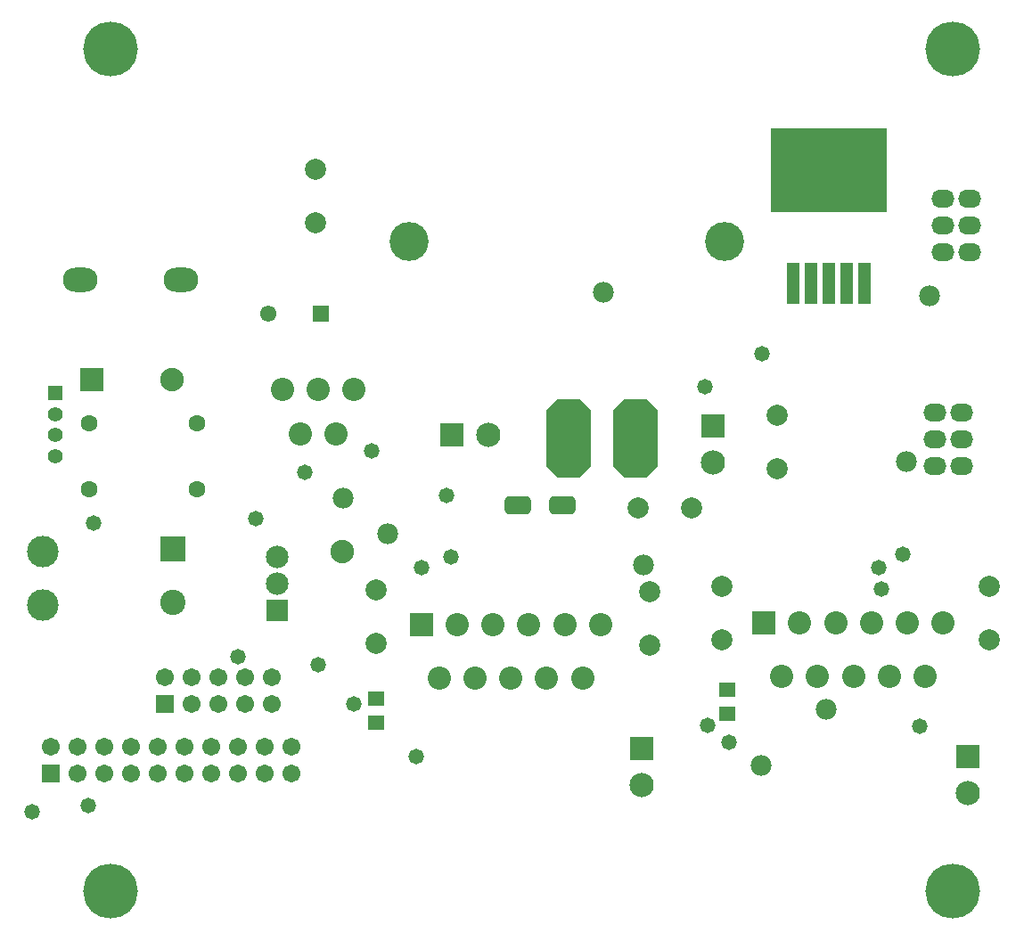
<source format=gts>
G04*
G04 #@! TF.GenerationSoftware,Altium Limited,Altium Designer,21.3.2 (30)*
G04*
G04 Layer_Color=8388736*
%FSTAX44Y44*%
%MOMM*%
G71*
G04*
G04 #@! TF.SameCoordinates,1521B721-1041-421A-BEC2-2198B3717C83*
G04*
G04*
G04 #@! TF.FilePolarity,Negative*
G04*
G01*
G75*
%ADD24R,1.6002X1.4732*%
G04:AMPARAMS|DCode=25|XSize=2.5332mm|YSize=1.7532mm|CornerRadius=0.4891mm|HoleSize=0mm|Usage=FLASHONLY|Rotation=180.000|XOffset=0mm|YOffset=0mm|HoleType=Round|Shape=RoundedRectangle|*
%AMROUNDEDRECTD25*
21,1,2.5332,0.7750,0,0,180.0*
21,1,1.5550,1.7532,0,0,180.0*
1,1,0.9782,-0.7775,0.3875*
1,1,0.9782,0.7775,0.3875*
1,1,0.9782,0.7775,-0.3875*
1,1,0.9782,-0.7775,-0.3875*
%
%ADD25ROUNDEDRECTD25*%
G04:AMPARAMS|DCode=26|XSize=7.5032mm|YSize=4.2032mm|CornerRadius=0mm|HoleSize=0mm|Usage=FLASHONLY|Rotation=270.000|XOffset=0mm|YOffset=0mm|HoleType=Round|Shape=Octagon|*
%AMOCTAGOND26*
4,1,8,-1.0508,-3.7516,1.0508,-3.7516,2.1016,-2.7008,2.1016,2.7008,1.0508,3.7516,-1.0508,3.7516,-2.1016,2.7008,-2.1016,-2.7008,-1.0508,-3.7516,0.0*
%
%ADD26OCTAGOND26*%

%ADD27R,11.0432X8.0832*%
%ADD28R,1.1932X3.9932*%
%ADD29C,3.7032*%
%ADD30C,1.6032*%
%ADD31R,2.4032X2.4032*%
%ADD32C,2.4032*%
%ADD33R,2.3032X2.3032*%
%ADD34C,2.3032*%
%ADD35C,2.9972*%
%ADD36O,3.3016X2.3016*%
%ADD37C,2.2032*%
%ADD38R,2.2032X2.2032*%
%ADD39C,2.0032*%
%ADD40O,2.2032X1.7032*%
%ADD41R,1.7032X1.7032*%
%ADD42C,1.7032*%
%ADD43R,2.3032X2.3032*%
%ADD44R,2.1432X2.1432*%
%ADD45C,2.1432*%
%ADD46R,2.2352X2.2352*%
%ADD47C,2.2352*%
%ADD48C,1.4112*%
%ADD49R,1.4112X1.4112*%
%ADD50C,1.5532*%
%ADD51R,1.5532X1.5532*%
%ADD52C,1.9812*%
%ADD53C,1.4732*%
%ADD54C,5.2032*%
D24*
X0069215Y0027659D02*
D03*
Y0029945D02*
D03*
X0035814Y0029083D02*
D03*
Y0026797D02*
D03*
D25*
X005357Y0047471D02*
D03*
X00493D02*
D03*
D26*
X0060452Y0053821D02*
D03*
X0054102D02*
D03*
D27*
X0078867Y007928D02*
D03*
D28*
X0082267Y006853D02*
D03*
X0080567D02*
D03*
X0078867D02*
D03*
X0077167D02*
D03*
X0075467D02*
D03*
D29*
X0038961Y0072517D02*
D03*
X0068961D02*
D03*
D30*
X0018816Y0048995D02*
D03*
X0008616D02*
D03*
Y0055218D02*
D03*
X0018816D02*
D03*
D31*
X001651Y0043307D02*
D03*
D32*
Y0038227D02*
D03*
D33*
X0061087Y0024328D02*
D03*
X0092075Y0023594D02*
D03*
X0067818Y0054963D02*
D03*
D34*
X0061087Y0020828D02*
D03*
X0092075Y0020094D02*
D03*
X0046553Y0054102D02*
D03*
X0067818Y0051463D02*
D03*
D35*
X0004191Y0043053D02*
D03*
Y0037973D02*
D03*
D36*
X00077718Y0068834D02*
D03*
X00172719D02*
D03*
D37*
X00269494Y005842D02*
D03*
X0030353D02*
D03*
X00337566D02*
D03*
X00320294Y00541782D02*
D03*
X00286766D02*
D03*
X0057161Y0036068D02*
D03*
X0055461Y0030988D02*
D03*
X0053761Y0036068D02*
D03*
X0052061Y0030988D02*
D03*
X0050361Y0036068D02*
D03*
X0048661Y0030988D02*
D03*
X0046961Y0036068D02*
D03*
X0045261Y0030988D02*
D03*
X0043561Y0036068D02*
D03*
X0041861Y0030988D02*
D03*
X0074402Y0031215D02*
D03*
X0076102Y0036295D02*
D03*
X0077802Y0031215D02*
D03*
X0079502Y0036295D02*
D03*
X0081202Y0031215D02*
D03*
X0082902Y0036295D02*
D03*
X0084602Y0031215D02*
D03*
X0086302Y0036295D02*
D03*
X0088002Y0031215D02*
D03*
X0089702Y0036295D02*
D03*
D38*
X0040161Y0036068D02*
D03*
X0072702Y0036295D02*
D03*
D39*
X0030099Y0079375D02*
D03*
Y0074256D02*
D03*
X0073914Y005598D02*
D03*
Y00509D02*
D03*
X0068707Y0039724D02*
D03*
Y0034644D02*
D03*
X0094107Y0039724D02*
D03*
Y0034644D02*
D03*
X0065786Y0047217D02*
D03*
X0060706D02*
D03*
X0035814Y003429D02*
D03*
Y003937D02*
D03*
X0061849Y0034136D02*
D03*
Y0039216D02*
D03*
D40*
X009144Y0051181D02*
D03*
X00889D02*
D03*
X009144Y0053721D02*
D03*
Y0056261D02*
D03*
X00889D02*
D03*
Y0053721D02*
D03*
X0092202Y0071501D02*
D03*
X0089662D02*
D03*
X0092202Y0074041D02*
D03*
Y0076581D02*
D03*
X0089662D02*
D03*
Y0074041D02*
D03*
D41*
X0015748Y0028575D02*
D03*
X0004953Y0021971D02*
D03*
D42*
X0015748Y0031115D02*
D03*
X0018288Y0028575D02*
D03*
Y0031115D02*
D03*
X0020828Y0028575D02*
D03*
Y0031115D02*
D03*
X0023368Y0028575D02*
D03*
Y0031115D02*
D03*
X0025908Y0028575D02*
D03*
Y0031115D02*
D03*
X0004953Y0024511D02*
D03*
X0007493Y0021971D02*
D03*
Y0024511D02*
D03*
X0010033Y0021971D02*
D03*
Y0024511D02*
D03*
X0012573Y0021971D02*
D03*
Y0024511D02*
D03*
X0015113Y0021971D02*
D03*
Y0024511D02*
D03*
X0017653Y0021971D02*
D03*
Y0024511D02*
D03*
X0020193Y0021971D02*
D03*
Y0024511D02*
D03*
X0022733Y0021971D02*
D03*
Y0024511D02*
D03*
X0025273Y0021971D02*
D03*
Y0024511D02*
D03*
X0027813Y0021971D02*
D03*
Y0024511D02*
D03*
D43*
X0043053Y0054102D02*
D03*
D44*
X0026416Y0037438D02*
D03*
D45*
Y0039978D02*
D03*
Y0042518D02*
D03*
D46*
X000887Y0059409D02*
D03*
D47*
X001649D02*
D03*
X0032639Y0043053D02*
D03*
D48*
X0005334Y0052102D02*
D03*
Y0054102D02*
D03*
Y0056102D02*
D03*
D49*
Y0058102D02*
D03*
D50*
X0025567Y0065632D02*
D03*
D51*
X0030567Y0065632D02*
D03*
D52*
X0088392Y006731D02*
D03*
X0036957Y0044704D02*
D03*
X00327532Y0048133D02*
D03*
X007239Y0022733D02*
D03*
X0057404Y0067691D02*
D03*
X0061214Y0041783D02*
D03*
X0078613Y0028067D02*
D03*
X0086233Y0051562D02*
D03*
D53*
X00396522Y00235853D02*
D03*
X0029083Y0050546D02*
D03*
X0067056Y0058674D02*
D03*
X0072517Y0061849D02*
D03*
X0009017Y004572D02*
D03*
X0042545Y0048387D02*
D03*
X0022733Y00330326D02*
D03*
X0030353Y0032258D02*
D03*
X0069342Y0024892D02*
D03*
X00673608Y00264975D02*
D03*
X00337448Y00285378D02*
D03*
X0008509Y0018923D02*
D03*
X0003175Y0018288D02*
D03*
X0085852Y0042799D02*
D03*
X008382Y0039497D02*
D03*
X0042926Y0042545D02*
D03*
X0040132Y0041529D02*
D03*
X0083566D02*
D03*
X0035433Y0052578D02*
D03*
X0087503Y00264642D02*
D03*
X0024384Y0046201D02*
D03*
X0078994Y0078359D02*
D03*
D54*
X0090635Y0090762D02*
D03*
X0010635D02*
D03*
X0090635Y0010762D02*
D03*
X0010635D02*
D03*
M02*

</source>
